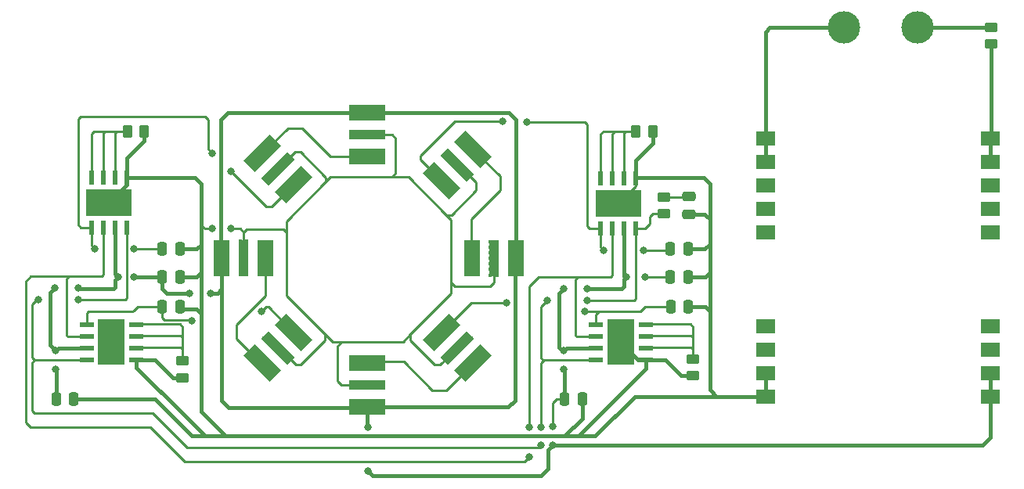
<source format=gtl>
G04 #@! TF.GenerationSoftware,KiCad,Pcbnew,(5.99.0-11497-g0fb864d596)*
G04 #@! TF.CreationDate,2021-08-10T19:57:58-04:00*
G04 #@! TF.ProjectId,K40-LED_PCB,4b34302d-4c45-4445-9f50-43422e6b6963,rev?*
G04 #@! TF.SameCoordinates,Original*
G04 #@! TF.FileFunction,Copper,L1,Top*
G04 #@! TF.FilePolarity,Positive*
%FSLAX46Y46*%
G04 Gerber Fmt 4.6, Leading zero omitted, Abs format (unit mm)*
G04 Created by KiCad (PCBNEW (5.99.0-11497-g0fb864d596)) date 2021-08-10 19:57:58*
%MOMM*%
%LPD*%
G01*
G04 APERTURE LIST*
G04 Aperture macros list*
%AMRoundRect*
0 Rectangle with rounded corners*
0 $1 Rounding radius*
0 $2 $3 $4 $5 $6 $7 $8 $9 X,Y pos of 4 corners*
0 Add a 4 corners polygon primitive as box body*
4,1,4,$2,$3,$4,$5,$6,$7,$8,$9,$2,$3,0*
0 Add four circle primitives for the rounded corners*
1,1,$1+$1,$2,$3*
1,1,$1+$1,$4,$5*
1,1,$1+$1,$6,$7*
1,1,$1+$1,$8,$9*
0 Add four rect primitives between the rounded corners*
20,1,$1+$1,$2,$3,$4,$5,0*
20,1,$1+$1,$4,$5,$6,$7,0*
20,1,$1+$1,$6,$7,$8,$9,0*
20,1,$1+$1,$8,$9,$2,$3,0*%
%AMRotRect*
0 Rectangle, with rotation*
0 The origin of the aperture is its center*
0 $1 length*
0 $2 width*
0 $3 Rotation angle, in degrees counterclockwise*
0 Add horizontal line*
21,1,$1,$2,0,0,$3*%
G04 Aperture macros list end*
G04 #@! TA.AperFunction,ComponentPad*
%ADD10C,0.400000*%
G04 #@! TD*
G04 #@! TA.AperFunction,SMDPad,CuDef*
%ADD11R,4.000000X1.100000*%
G04 #@! TD*
G04 #@! TA.AperFunction,SMDPad,CuDef*
%ADD12R,4.000000X1.750000*%
G04 #@! TD*
G04 #@! TA.AperFunction,ComponentPad*
%ADD13C,3.500000*%
G04 #@! TD*
G04 #@! TA.AperFunction,SMDPad,CuDef*
%ADD14RotRect,1.100000X4.000000X315.000000*%
G04 #@! TD*
G04 #@! TA.AperFunction,SMDPad,CuDef*
%ADD15RotRect,1.750000X4.000000X315.000000*%
G04 #@! TD*
G04 #@! TA.AperFunction,SMDPad,CuDef*
%ADD16R,1.100000X4.000000*%
G04 #@! TD*
G04 #@! TA.AperFunction,SMDPad,CuDef*
%ADD17R,1.750000X4.000000*%
G04 #@! TD*
G04 #@! TA.AperFunction,SMDPad,CuDef*
%ADD18RoundRect,0.250000X-0.250000X-0.475000X0.250000X-0.475000X0.250000X0.475000X-0.250000X0.475000X0*%
G04 #@! TD*
G04 #@! TA.AperFunction,SMDPad,CuDef*
%ADD19RoundRect,0.250000X-0.475000X0.250000X-0.475000X-0.250000X0.475000X-0.250000X0.475000X0.250000X0*%
G04 #@! TD*
G04 #@! TA.AperFunction,SMDPad,CuDef*
%ADD20RoundRect,0.250000X0.262500X0.450000X-0.262500X0.450000X-0.262500X-0.450000X0.262500X-0.450000X0*%
G04 #@! TD*
G04 #@! TA.AperFunction,SMDPad,CuDef*
%ADD21RoundRect,0.250000X0.450000X-0.262500X0.450000X0.262500X-0.450000X0.262500X-0.450000X-0.262500X0*%
G04 #@! TD*
G04 #@! TA.AperFunction,SMDPad,CuDef*
%ADD22RoundRect,0.250000X-0.450000X0.262500X-0.450000X-0.262500X0.450000X-0.262500X0.450000X0.262500X0*%
G04 #@! TD*
G04 #@! TA.AperFunction,SMDPad,CuDef*
%ADD23R,2.030000X1.500000*%
G04 #@! TD*
G04 #@! TA.AperFunction,SMDPad,CuDef*
%ADD24R,0.600000X1.550000*%
G04 #@! TD*
G04 #@! TA.AperFunction,ComponentPad*
%ADD25C,0.300000*%
G04 #@! TD*
G04 #@! TA.AperFunction,SMDPad,CuDef*
%ADD26R,4.900000X2.950000*%
G04 #@! TD*
G04 #@! TA.AperFunction,SMDPad,CuDef*
%ADD27R,1.550000X0.600000*%
G04 #@! TD*
G04 #@! TA.AperFunction,SMDPad,CuDef*
%ADD28R,2.950000X4.900000*%
G04 #@! TD*
G04 #@! TA.AperFunction,SMDPad,CuDef*
%ADD29RotRect,1.100000X4.000000X225.000000*%
G04 #@! TD*
G04 #@! TA.AperFunction,SMDPad,CuDef*
%ADD30RotRect,1.750000X4.000000X225.000000*%
G04 #@! TD*
G04 #@! TA.AperFunction,SMDPad,CuDef*
%ADD31RotRect,1.100000X4.000000X45.000000*%
G04 #@! TD*
G04 #@! TA.AperFunction,SMDPad,CuDef*
%ADD32RotRect,1.750000X4.000000X45.000000*%
G04 #@! TD*
G04 #@! TA.AperFunction,SMDPad,CuDef*
%ADD33RotRect,1.100000X4.000000X135.000000*%
G04 #@! TD*
G04 #@! TA.AperFunction,SMDPad,CuDef*
%ADD34RotRect,1.750000X4.000000X135.000000*%
G04 #@! TD*
G04 #@! TA.AperFunction,SMDPad,CuDef*
%ADD35RoundRect,0.249999X0.450001X-0.262501X0.450001X0.262501X-0.450001X0.262501X-0.450001X-0.262501X0*%
G04 #@! TD*
G04 #@! TA.AperFunction,ViaPad*
%ADD36C,0.800000*%
G04 #@! TD*
G04 #@! TA.AperFunction,Conductor*
%ADD37C,0.381000*%
G04 #@! TD*
G04 #@! TA.AperFunction,Conductor*
%ADD38C,0.250000*%
G04 #@! TD*
G04 APERTURE END LIST*
D10*
X90928200Y-136020366D03*
X91528200Y-136020366D03*
X89728200Y-135320866D03*
X90328200Y-136020366D03*
X89128200Y-136020366D03*
D11*
X90928200Y-135670866D03*
D10*
X92128200Y-136020366D03*
X89128200Y-135320866D03*
X92728200Y-135320866D03*
X91528200Y-135320866D03*
X90928200Y-135320866D03*
X89728200Y-136020366D03*
X90328200Y-135320866D03*
X92728200Y-136020366D03*
X92128200Y-135320866D03*
D12*
X90928200Y-138045866D03*
X90928200Y-133295866D03*
D13*
X142500000Y-97000000D03*
X150500000Y-97000000D03*
D10*
X81922016Y-111224960D03*
X80719581Y-113416637D03*
X80295317Y-113840901D03*
X82416637Y-111719581D03*
X81497752Y-111649224D03*
D14*
X81320622Y-112320622D03*
D10*
X81992373Y-112143845D03*
X80649224Y-112497752D03*
X82840901Y-111295317D03*
X81568109Y-112568109D03*
X79800696Y-113346280D03*
X82346280Y-110800695D03*
X80224960Y-112922016D03*
X81073488Y-112073488D03*
X81143845Y-112992373D03*
D15*
X79641243Y-110641243D03*
X83000000Y-114000000D03*
D10*
X77225500Y-120155127D03*
X77925000Y-120755127D03*
X77925000Y-121355127D03*
X77225500Y-121955127D03*
X77925000Y-121955127D03*
X77925000Y-122555127D03*
X77925000Y-123155127D03*
X77225500Y-122555127D03*
D16*
X77575000Y-121955127D03*
D10*
X77225500Y-121355127D03*
X77225500Y-123755127D03*
X77925000Y-120155127D03*
X77225500Y-123155127D03*
X77925000Y-123755127D03*
X77225500Y-120755127D03*
D17*
X75200000Y-121955127D03*
X79950000Y-121955127D03*
D18*
X68800000Y-124000000D03*
X70700000Y-124000000D03*
X68800000Y-121000000D03*
X70700000Y-121000000D03*
X57300000Y-137250000D03*
X59200000Y-137250000D03*
X68800000Y-127250000D03*
X70700000Y-127250000D03*
X112300000Y-137250000D03*
X114200000Y-137250000D03*
X123800000Y-127250000D03*
X125700000Y-127250000D03*
X123750000Y-124000000D03*
X125650000Y-124000000D03*
X123750000Y-121000000D03*
X125650000Y-121000000D03*
D19*
X125750000Y-115300000D03*
X125750000Y-117200000D03*
D10*
X104275000Y-123200000D03*
X104974500Y-120800000D03*
X104275000Y-121400000D03*
X104275000Y-120800000D03*
X104974500Y-121400000D03*
X104974500Y-123800000D03*
X104275000Y-123800000D03*
X104974500Y-123200000D03*
X104974500Y-122600000D03*
X104275000Y-120200000D03*
X104275000Y-122600000D03*
D16*
X104625000Y-122000000D03*
D10*
X104275000Y-122000000D03*
X104974500Y-120200000D03*
X104974500Y-122000000D03*
D17*
X107000000Y-122000000D03*
X102250000Y-122000000D03*
D20*
X66820000Y-108250000D03*
X64995000Y-108250000D03*
D21*
X71000000Y-134912500D03*
X71000000Y-133087500D03*
X126200000Y-134712500D03*
X126200000Y-132887500D03*
D22*
X123000000Y-115337500D03*
X123000000Y-117162500D03*
D23*
X134000000Y-109000000D03*
X134000000Y-111540000D03*
X134000000Y-114080000D03*
X134000000Y-116620000D03*
X134000000Y-119160000D03*
X134000000Y-129320000D03*
X134000000Y-131860000D03*
X134000000Y-134400000D03*
X134000000Y-136940000D03*
X158370000Y-136940000D03*
X158370000Y-134400000D03*
X158370000Y-131860000D03*
X158370000Y-129320000D03*
X158370000Y-119160000D03*
X158370000Y-116620000D03*
X158370000Y-114080000D03*
X158370000Y-111540000D03*
X158370000Y-109000000D03*
D24*
X61135000Y-118650000D03*
X62405000Y-118650000D03*
X63675000Y-118650000D03*
X64945000Y-118650000D03*
X64945000Y-113250000D03*
X63675000Y-113250000D03*
X62405000Y-113250000D03*
X61135000Y-113250000D03*
D25*
X64990000Y-115300000D03*
X62390000Y-116600000D03*
X61090000Y-115300000D03*
X63690000Y-116600000D03*
X61090000Y-116600000D03*
X62390000Y-115300000D03*
D26*
X63040000Y-115950000D03*
D25*
X64990000Y-116600000D03*
X63690000Y-115300000D03*
D27*
X60600000Y-129159000D03*
X60600000Y-130429000D03*
X60600000Y-131699000D03*
X60600000Y-132969000D03*
X66000000Y-132969000D03*
X66000000Y-131699000D03*
X66000000Y-130429000D03*
X66000000Y-129159000D03*
D25*
X63950000Y-133014000D03*
X62650000Y-130414000D03*
X63950000Y-131714000D03*
X62650000Y-131714000D03*
D28*
X63300000Y-131064000D03*
D25*
X62650000Y-133014000D03*
X62650000Y-129114000D03*
X63950000Y-130414000D03*
X63950000Y-129114000D03*
D27*
X115664000Y-129159000D03*
X115664000Y-130429000D03*
X115664000Y-131699000D03*
X115664000Y-132969000D03*
X121064000Y-132969000D03*
X121064000Y-131699000D03*
X121064000Y-130429000D03*
X121064000Y-129159000D03*
D25*
X119014000Y-133014000D03*
X119014000Y-130414000D03*
X117714000Y-130414000D03*
X119014000Y-131714000D03*
X117714000Y-131714000D03*
D28*
X118364000Y-131064000D03*
D25*
X119014000Y-129114000D03*
X117714000Y-129114000D03*
X117714000Y-133014000D03*
D10*
X100926512Y-111640845D03*
D29*
X100679378Y-111887979D03*
D10*
X101280419Y-112983994D03*
X102199305Y-112913637D03*
X100856155Y-112559730D03*
X99653720Y-110368053D03*
X101704683Y-113408258D03*
X101350776Y-112065109D03*
X100502248Y-111216581D03*
X100007627Y-111711202D03*
X99159099Y-110862674D03*
X100431891Y-112135466D03*
X100077984Y-110792317D03*
X99583363Y-111286938D03*
X101775040Y-112489373D03*
D30*
X102358757Y-110208600D03*
X99000000Y-113567357D03*
D10*
X82840901Y-132704683D03*
X80224960Y-131077984D03*
X81073488Y-131926512D03*
X81992373Y-131856155D03*
X81497752Y-132350776D03*
X80719581Y-130583363D03*
X80649224Y-131502248D03*
X80295317Y-130159099D03*
X81922016Y-132775040D03*
X79800695Y-130653720D03*
X81143845Y-131007627D03*
D31*
X81320622Y-131679378D03*
D10*
X81568109Y-131431891D03*
X82416637Y-132280419D03*
X82346280Y-133199304D03*
D32*
X79641243Y-133358757D03*
X83000000Y-130000000D03*
D10*
X102199304Y-130653720D03*
X100007627Y-131856155D03*
X100431891Y-131431891D03*
X99159099Y-132704683D03*
X99653720Y-133199305D03*
X101350776Y-131502248D03*
X100856155Y-131007627D03*
X100502248Y-132350776D03*
X101775040Y-131077984D03*
X99583363Y-132280419D03*
X100926512Y-131926512D03*
X101280419Y-130583363D03*
X101704683Y-130159099D03*
D33*
X100679378Y-131679378D03*
D10*
X100077984Y-132775040D03*
D34*
X102358757Y-133358757D03*
X99000000Y-130000000D03*
D35*
X158400000Y-98812500D03*
X158400000Y-96987500D03*
D10*
X92161200Y-108273700D03*
X92161200Y-108973200D03*
X91561200Y-108973200D03*
D11*
X90961200Y-108623200D03*
D10*
X92761200Y-108273700D03*
X89761200Y-108973200D03*
X92761200Y-108973200D03*
X89161200Y-108973200D03*
X91561200Y-108273700D03*
X89161200Y-108273700D03*
X90961200Y-108973200D03*
X90961200Y-108273700D03*
X90361200Y-108273700D03*
X89761200Y-108273700D03*
X90361200Y-108973200D03*
D12*
X90961200Y-106248200D03*
X90961200Y-110998200D03*
D24*
X116199000Y-118778000D03*
X117469000Y-118778000D03*
X118739000Y-118778000D03*
X120009000Y-118778000D03*
X120009000Y-113378000D03*
X118739000Y-113378000D03*
X117469000Y-113378000D03*
X116199000Y-113378000D03*
D25*
X117454000Y-115428000D03*
X117454000Y-116728000D03*
X120054000Y-116728000D03*
D26*
X118104000Y-116078000D03*
D25*
X116154000Y-116728000D03*
X118754000Y-116728000D03*
X118754000Y-115428000D03*
X116154000Y-115428000D03*
X120054000Y-115428000D03*
D20*
X121827500Y-108242000D03*
X120002500Y-108242000D03*
D36*
X76200000Y-118800000D03*
X74200000Y-118800000D03*
X91000000Y-145000000D03*
X57250000Y-132000000D03*
X59690000Y-125222000D03*
X64000000Y-124000000D03*
X110998000Y-142240000D03*
X110998000Y-140208000D03*
X121000000Y-124000000D03*
X57250000Y-134000000D03*
X114766000Y-125270000D03*
X91000000Y-140250000D03*
X112200000Y-132000000D03*
X65750000Y-124000000D03*
X112200000Y-134000000D03*
X71750000Y-125750000D03*
X119000000Y-124000000D03*
X112226000Y-125270000D03*
X57150000Y-125222000D03*
X74000000Y-125750000D03*
X74200000Y-110600000D03*
X76200000Y-112600000D03*
X65750000Y-121000000D03*
X61500000Y-121000000D03*
X79500000Y-127750000D03*
X72000000Y-128750000D03*
X114500000Y-127750000D03*
X106000000Y-126800000D03*
X120800000Y-121100000D03*
X108250000Y-107250000D03*
X105600000Y-107200000D03*
X116550000Y-121100000D03*
X109750000Y-142250000D03*
X114766000Y-126540000D03*
X59690000Y-126492000D03*
X109750000Y-140250000D03*
X55372000Y-126492000D03*
X110448000Y-126540000D03*
X108500000Y-140250000D03*
X108500000Y-143500000D03*
D37*
X73000000Y-113894000D02*
X73000000Y-118400000D01*
D38*
X77575000Y-119175000D02*
X77200000Y-118800000D01*
X77200000Y-118800000D02*
X76200000Y-118800000D01*
D37*
X73000000Y-118400000D02*
X73000000Y-120500000D01*
D38*
X74200000Y-118800000D02*
X73400000Y-118800000D01*
X73400000Y-118800000D02*
X73000000Y-118400000D01*
X99482141Y-117282141D02*
X100000000Y-117800000D01*
X100000000Y-125800000D02*
X95600000Y-130200000D01*
X95600000Y-130200000D02*
X94800000Y-131000000D01*
X98250000Y-133500000D02*
X95600000Y-130850000D01*
X95600000Y-130850000D02*
X95600000Y-130200000D01*
X94800000Y-131000000D02*
X88200000Y-131000000D01*
X88200000Y-131000000D02*
X87200000Y-131000000D01*
X90928200Y-135670866D02*
X88170866Y-135670866D01*
X88170866Y-135670866D02*
X87750000Y-135250000D01*
X87750000Y-135250000D02*
X87750000Y-131450000D01*
X87750000Y-131450000D02*
X88200000Y-131000000D01*
X87200000Y-131000000D02*
X86400000Y-130200000D01*
X86400000Y-130200000D02*
X82200000Y-126000000D01*
X83750000Y-133500000D02*
X86400000Y-130850000D01*
X86400000Y-130850000D02*
X86400000Y-130200000D01*
X77575000Y-119175000D02*
X77875000Y-118875000D01*
X82200000Y-119200000D02*
X82200000Y-118000000D01*
X81875000Y-118875000D02*
X82200000Y-119200000D01*
X82200000Y-126000000D02*
X82200000Y-119200000D01*
X77875000Y-118875000D02*
X81875000Y-118875000D01*
X82200000Y-118000000D02*
X86500000Y-113700000D01*
X86500000Y-113700000D02*
X87000000Y-113200000D01*
X83750000Y-110500000D02*
X86500000Y-113250000D01*
X86500000Y-113250000D02*
X86500000Y-113700000D01*
X87000000Y-113200000D02*
X93600000Y-113200000D01*
X94000000Y-112800000D02*
X93600000Y-113200000D01*
X93600000Y-113200000D02*
X95400000Y-113200000D01*
X94000000Y-109000000D02*
X94000000Y-112800000D01*
X95400000Y-113200000D02*
X99482141Y-117282141D01*
X100000000Y-124600000D02*
X100000000Y-125800000D01*
X100000000Y-117800000D02*
X100000000Y-124600000D01*
X104250000Y-125000000D02*
X100400000Y-125000000D01*
X104625000Y-122000000D02*
X104625000Y-124625000D01*
X104625000Y-124625000D02*
X104250000Y-125000000D01*
X100400000Y-125000000D02*
X100000000Y-124600000D01*
X102750000Y-114650000D02*
X102750000Y-113750000D01*
X102750000Y-113750000D02*
X100887979Y-111887979D01*
X100117859Y-117282141D02*
X102750000Y-114650000D01*
X99482141Y-117282141D02*
X100117859Y-117282141D01*
X100887979Y-111887979D02*
X100679378Y-111887979D01*
X77575000Y-121955127D02*
X77575000Y-119175000D01*
X83750000Y-110500000D02*
X83141244Y-110500000D01*
X83141244Y-110500000D02*
X81320622Y-112320622D01*
X81429378Y-131679378D02*
X83250000Y-133500000D01*
X81320622Y-131679378D02*
X81429378Y-131679378D01*
X83250000Y-133500000D02*
X83750000Y-133500000D01*
X100679378Y-131679378D02*
X98858756Y-133500000D01*
X98858756Y-133500000D02*
X98250000Y-133500000D01*
X90961200Y-108623200D02*
X93623200Y-108623200D01*
X93623200Y-108623200D02*
X94000000Y-109000000D01*
X81320622Y-112320622D02*
X81320622Y-112179378D01*
X87000000Y-111000000D02*
X91000000Y-111000000D01*
X83900000Y-107900000D02*
X87000000Y-111000000D01*
X82382486Y-107900000D02*
X83900000Y-107900000D01*
X79641243Y-110641243D02*
X82382486Y-107900000D01*
X76800000Y-129150000D02*
X79900000Y-126050000D01*
X79541243Y-133408757D02*
X76800000Y-130667514D01*
X79900000Y-126050000D02*
X79900000Y-122050000D01*
X76800000Y-130667514D02*
X76800000Y-129150000D01*
X102258757Y-133508757D02*
X99517514Y-136250000D01*
X99517514Y-136250000D02*
X98000000Y-136250000D01*
X94900000Y-133150000D02*
X90900000Y-133150000D01*
X98000000Y-136250000D02*
X94900000Y-133150000D01*
X105300000Y-113082486D02*
X105300000Y-114600000D01*
X102200000Y-117700000D02*
X102200000Y-121700000D01*
X102558757Y-110341243D02*
X105300000Y-113082486D01*
X105300000Y-114600000D02*
X102200000Y-117700000D01*
D37*
X158400000Y-98812500D02*
X158400000Y-108970000D01*
D38*
X158400000Y-108970000D02*
X158370000Y-109000000D01*
D37*
X158370000Y-109000000D02*
X158370000Y-111540000D01*
X112050000Y-141200000D02*
X75600000Y-141200000D01*
X66000000Y-132969000D02*
X66000000Y-133800000D01*
X64945000Y-113250000D02*
X72356000Y-113250000D01*
X73000000Y-120500000D02*
X73000000Y-122600000D01*
X119996000Y-113378000D02*
X119996000Y-111361000D01*
X72356000Y-113250000D02*
X73000000Y-113894000D01*
X127500000Y-124000000D02*
X128000000Y-123500000D01*
X72500000Y-121000000D02*
X73000000Y-120500000D01*
X73400000Y-139000000D02*
X75600000Y-141200000D01*
X64925000Y-111145000D02*
X66820000Y-109250000D01*
X124912500Y-134712500D02*
X126200000Y-134712500D01*
D38*
X120009000Y-113378000D02*
X120009000Y-114173000D01*
D37*
X73000000Y-122600000D02*
X73000000Y-122834000D01*
X119996000Y-111361000D02*
X121827500Y-109529500D01*
X113800000Y-141200000D02*
X115600000Y-141200000D01*
X114200000Y-139300000D02*
X112300000Y-141200000D01*
X120269000Y-132969000D02*
X118364000Y-131064000D01*
X134000000Y-134400000D02*
X134000000Y-136940000D01*
X73000000Y-138600000D02*
X73400000Y-139000000D01*
X115600000Y-141200000D02*
X119860000Y-136940000D01*
X128000000Y-117750000D02*
X128000000Y-136200000D01*
X119945000Y-113250000D02*
X127356000Y-113250000D01*
X128000000Y-113894000D02*
X128000000Y-117750000D01*
X73000000Y-123500000D02*
X73000000Y-128000000D01*
X123169000Y-132969000D02*
X124912500Y-134712500D01*
D38*
X112300000Y-141200000D02*
X112050000Y-141200000D01*
D37*
X66000000Y-133800000D02*
X71200000Y-139000000D01*
X66000000Y-132969000D02*
X67969000Y-132969000D01*
X70700000Y-124000000D02*
X72500000Y-124000000D01*
X121827500Y-109529500D02*
X121827500Y-108242000D01*
D38*
X120009000Y-114173000D02*
X118104000Y-116078000D01*
D37*
X71200000Y-139000000D02*
X73400000Y-141200000D01*
X72500000Y-124000000D02*
X73000000Y-123500000D01*
X70700000Y-121000000D02*
X72500000Y-121000000D01*
X113600000Y-141200000D02*
X112050000Y-141200000D01*
X67969000Y-132969000D02*
X69912500Y-134912500D01*
X121064000Y-132969000D02*
X121064000Y-133936000D01*
X121064000Y-132969000D02*
X120269000Y-132969000D01*
X72500000Y-127500000D02*
X73000000Y-128000000D01*
X66820000Y-109250000D02*
X66820000Y-108250000D01*
X125650000Y-121000000D02*
X127450000Y-121000000D01*
X127450000Y-121000000D02*
X127950000Y-120500000D01*
X121064000Y-132969000D02*
X123169000Y-132969000D01*
X128000000Y-136200000D02*
X128740000Y-136940000D01*
X68000000Y-137250000D02*
X71950000Y-141200000D01*
X119860000Y-136940000D02*
X128740000Y-136940000D01*
X127450000Y-117200000D02*
X128000000Y-117750000D01*
X125700000Y-124000000D02*
X127500000Y-124000000D01*
X73000000Y-128000000D02*
X73000000Y-138600000D01*
X113800000Y-141200000D02*
X113600000Y-141200000D01*
X59200000Y-137250000D02*
X68000000Y-137250000D01*
X127356000Y-113250000D02*
X128000000Y-113894000D01*
X127500000Y-127250000D02*
X128000000Y-127750000D01*
X121064000Y-133936000D02*
X113800000Y-141200000D01*
X64945000Y-114045000D02*
X63040000Y-115950000D01*
X125750000Y-117200000D02*
X127450000Y-117200000D01*
X75600000Y-141200000D02*
X73400000Y-141200000D01*
X71950000Y-141200000D02*
X73400000Y-141200000D01*
X69912500Y-134912500D02*
X71000000Y-134912500D01*
X125700000Y-127250000D02*
X127500000Y-127250000D01*
X70700000Y-127500000D02*
X72500000Y-127500000D01*
X128740000Y-136940000D02*
X134000000Y-136940000D01*
X64925000Y-113250000D02*
X64925000Y-111145000D01*
X114200000Y-137250000D02*
X114200000Y-139300000D01*
X64945000Y-113250000D02*
X64945000Y-114045000D01*
X73000000Y-122834000D02*
X73000000Y-123500000D01*
X75148200Y-122238800D02*
X75148200Y-106951800D01*
X75148200Y-106951800D02*
X75900000Y-106200000D01*
X75900000Y-106200000D02*
X90900000Y-106200000D01*
X75951800Y-138151800D02*
X75200000Y-137400000D01*
X91238800Y-138151800D02*
X75951800Y-138151800D01*
X106200000Y-138100000D02*
X91200000Y-138100000D01*
X106951800Y-137348200D02*
X106200000Y-138100000D01*
X106951800Y-122061200D02*
X106951800Y-137348200D01*
D38*
X59718000Y-125250000D02*
X59690000Y-125222000D01*
D37*
X68800000Y-124000000D02*
X68800000Y-125300000D01*
X63675000Y-125075000D02*
X63500000Y-125250000D01*
X68800000Y-125300000D02*
X69250000Y-125750000D01*
X91500000Y-145500000D02*
X108000000Y-145500000D01*
D38*
X110998000Y-137668000D02*
X110998000Y-140208000D01*
X123750000Y-124000000D02*
X121000000Y-124000000D01*
D37*
X111718000Y-125778000D02*
X111718000Y-131620000D01*
X63675000Y-123325000D02*
X63675000Y-123675000D01*
X110490000Y-142748000D02*
X110490000Y-144780000D01*
X110998000Y-142240000D02*
X110490000Y-142748000D01*
X69250000Y-125750000D02*
X71750000Y-125750000D01*
X57300000Y-134050000D02*
X57300000Y-137250000D01*
X63500000Y-125250000D02*
X59718000Y-125250000D01*
D38*
X111416000Y-137250000D02*
X110998000Y-137668000D01*
X90928200Y-140178200D02*
X91000000Y-140250000D01*
D37*
X57551000Y-131699000D02*
X57250000Y-132000000D01*
X158370000Y-136940000D02*
X158370000Y-134400000D01*
X56642000Y-131392000D02*
X56642000Y-125730000D01*
X110490000Y-144780000D02*
X109770000Y-145500000D01*
X118480000Y-125270000D02*
X114766000Y-125270000D01*
X112200000Y-132000000D02*
X112098000Y-132000000D01*
X68800000Y-124000000D02*
X65750000Y-124000000D01*
X112226000Y-125270000D02*
X111718000Y-125778000D01*
X75200000Y-125300000D02*
X75200000Y-122400000D01*
X60600000Y-131699000D02*
X57551000Y-131699000D01*
X112501000Y-131699000D02*
X112200000Y-132000000D01*
X63675000Y-123675000D02*
X64000000Y-124000000D01*
X106248200Y-106248200D02*
X107000000Y-107000000D01*
X112098000Y-132000000D02*
X111718000Y-131620000D01*
D38*
X57250000Y-134000000D02*
X57300000Y-134050000D01*
D37*
X63675000Y-124325000D02*
X64000000Y-124000000D01*
X158370000Y-141380000D02*
X158370000Y-136940000D01*
X109770000Y-145500000D02*
X108000000Y-145500000D01*
X118750000Y-124250000D02*
X118750000Y-125000000D01*
D38*
X112226000Y-125270000D02*
X112020000Y-125270000D01*
D37*
X157510000Y-142240000D02*
X158370000Y-141380000D01*
X90928200Y-138045866D02*
X90928200Y-140178200D01*
X115550000Y-131699000D02*
X112501000Y-131699000D01*
X118750000Y-125000000D02*
X118480000Y-125270000D01*
X118739000Y-118778000D02*
X118739000Y-123739000D01*
D38*
X112300000Y-137250000D02*
X111416000Y-137250000D01*
D37*
X63675000Y-125075000D02*
X63675000Y-124325000D01*
X110998000Y-142240000D02*
X157510000Y-142240000D01*
X57250000Y-132000000D02*
X56642000Y-131392000D01*
X74000000Y-125750000D02*
X74750000Y-125750000D01*
X75200000Y-137400000D02*
X75200000Y-125300000D01*
X74750000Y-125750000D02*
X75200000Y-125300000D01*
D38*
X60549000Y-131750000D02*
X60600000Y-131699000D01*
D37*
X112250000Y-134050000D02*
X112250000Y-137250000D01*
X57150000Y-125222000D02*
X56642000Y-125730000D01*
D38*
X119000000Y-124000000D02*
X118750000Y-124250000D01*
D37*
X118739000Y-123739000D02*
X119000000Y-124000000D01*
X91000000Y-145000000D02*
X91500000Y-145500000D01*
X107000000Y-107000000D02*
X107000000Y-122000000D01*
X90961200Y-106248200D02*
X106248200Y-106248200D01*
X63675000Y-118650000D02*
X63675000Y-123325000D01*
D38*
X59976000Y-118650000D02*
X59690000Y-118364000D01*
X80000000Y-116400000D02*
X76200000Y-112600000D01*
X59690000Y-118364000D02*
X59690000Y-106934000D01*
X59690000Y-106934000D02*
X59944000Y-106680000D01*
X73406000Y-106680000D02*
X73748000Y-107022000D01*
X61135000Y-120635000D02*
X61135000Y-118650000D01*
X61135000Y-118650000D02*
X59976000Y-118650000D01*
X80600000Y-116400000D02*
X80200000Y-116400000D01*
X74200000Y-110600000D02*
X73748000Y-110148000D01*
X61500000Y-121000000D02*
X61135000Y-120635000D01*
X80200000Y-116400000D02*
X80000000Y-116400000D01*
X59944000Y-106680000D02*
X73406000Y-106680000D01*
X83000000Y-114000000D02*
X80600000Y-116400000D01*
X68800000Y-121000000D02*
X65750000Y-121000000D01*
X73748000Y-107022000D02*
X73748000Y-110148000D01*
X80250000Y-127250000D02*
X83000000Y-130000000D01*
X60674500Y-127924500D02*
X60827000Y-127772000D01*
X65674500Y-127674500D02*
X65577000Y-127772000D01*
X60600000Y-129159000D02*
X60600000Y-127999000D01*
X60600000Y-127999000D02*
X60674500Y-127924500D01*
X71895480Y-128645480D02*
X72000000Y-128750000D01*
X80000000Y-127250000D02*
X80250000Y-127250000D01*
X69000000Y-128645480D02*
X71895480Y-128645480D01*
X79500000Y-127750000D02*
X80000000Y-127250000D01*
X66099000Y-127250000D02*
X65674500Y-127674500D01*
X65577000Y-127772000D02*
X60827000Y-127772000D01*
X68800000Y-128445480D02*
X69000000Y-128645480D01*
X68800000Y-127250000D02*
X68800000Y-128445480D01*
X68800000Y-127250000D02*
X66099000Y-127250000D01*
X116000000Y-127750000D02*
X114500000Y-127750000D01*
X123800000Y-127250000D02*
X121000000Y-127250000D01*
X120500000Y-127750000D02*
X116000000Y-127750000D01*
X121000000Y-127250000D02*
X120500000Y-127750000D01*
X102200000Y-126800000D02*
X99000000Y-130000000D01*
X115664000Y-129159000D02*
X115664000Y-128086000D01*
X115664000Y-128086000D02*
X116000000Y-127750000D01*
X106000000Y-126800000D02*
X102200000Y-126800000D01*
X100407357Y-107200000D02*
X105600000Y-107200000D01*
X116159000Y-118750000D02*
X115000000Y-118750000D01*
X114714000Y-118464000D02*
X114714000Y-107464000D01*
X108250000Y-107250000D02*
X114500000Y-107250000D01*
X115000000Y-118750000D02*
X114714000Y-118464000D01*
X114500000Y-107250000D02*
X114714000Y-107464000D01*
X123850000Y-121100000D02*
X120800000Y-121100000D01*
X116185000Y-120735000D02*
X116185000Y-118750000D01*
X116211000Y-120111000D02*
X116211000Y-118698000D01*
X96703679Y-110903679D02*
X100407357Y-107200000D01*
X116550000Y-121100000D02*
X116185000Y-120735000D01*
X96703679Y-111271036D02*
X96703679Y-110903679D01*
X99000000Y-113567357D02*
X96703679Y-111271036D01*
X123000000Y-115337500D02*
X125712500Y-115337500D01*
X125712500Y-115337500D02*
X125750000Y-115300000D01*
D37*
X150500000Y-97000000D02*
X158387500Y-97000000D01*
D38*
X158387500Y-97000000D02*
X158400000Y-96987500D01*
X61420000Y-108250000D02*
X62620000Y-108250000D01*
X63820000Y-108250000D02*
X64995000Y-108250000D01*
X62385000Y-108485000D02*
X62620000Y-108250000D01*
X63655000Y-108415000D02*
X63820000Y-108250000D01*
X62620000Y-108250000D02*
X63820000Y-108250000D01*
X61115000Y-108555000D02*
X61420000Y-108250000D01*
X63655000Y-113250000D02*
X63655000Y-108415000D01*
X62385000Y-113250000D02*
X62385000Y-108485000D01*
X61115000Y-113250000D02*
X61115000Y-108555000D01*
X66000000Y-129095000D02*
X70695000Y-129095000D01*
X70695000Y-129095000D02*
X71000000Y-129400000D01*
X70765000Y-130365000D02*
X71000000Y-130600000D01*
X71000000Y-129400000D02*
X71000000Y-130600000D01*
X66000000Y-130365000D02*
X70765000Y-130365000D01*
X71000000Y-131800000D02*
X71000000Y-132975000D01*
X66000000Y-131635000D02*
X70835000Y-131635000D01*
X71000000Y-130600000D02*
X71000000Y-131800000D01*
X70835000Y-131635000D02*
X71000000Y-131800000D01*
X121200000Y-129095000D02*
X125895000Y-129095000D01*
X125895000Y-129095000D02*
X126200000Y-129400000D01*
X125965000Y-130365000D02*
X126200000Y-130600000D01*
X126200000Y-129400000D02*
X126200000Y-130600000D01*
X121200000Y-130365000D02*
X125965000Y-130365000D01*
X126200000Y-131800000D02*
X126200000Y-132975000D01*
X121200000Y-131635000D02*
X126035000Y-131635000D01*
X126200000Y-130600000D02*
X126200000Y-131800000D01*
X126035000Y-131635000D02*
X126200000Y-131800000D01*
X116210000Y-113242000D02*
X116210000Y-108547000D01*
X116210000Y-108547000D02*
X116515000Y-108242000D01*
X117480000Y-108477000D02*
X117715000Y-108242000D01*
X116515000Y-108242000D02*
X117715000Y-108242000D01*
X117480000Y-113242000D02*
X117480000Y-108477000D01*
X118915000Y-108242000D02*
X120090000Y-108242000D01*
X118750000Y-113242000D02*
X118750000Y-108407000D01*
X117715000Y-108242000D02*
X118915000Y-108242000D01*
X118750000Y-108407000D02*
X118915000Y-108242000D01*
X109500000Y-142500000D02*
X71500000Y-142500000D01*
X110062000Y-133000000D02*
X109781000Y-133281000D01*
X121500000Y-117500000D02*
X121837500Y-117162500D01*
X119846000Y-126540000D02*
X120021000Y-126365000D01*
X54750000Y-132750000D02*
X54750000Y-127000000D01*
X109781000Y-132781000D02*
X109781000Y-127207000D01*
X114766000Y-126540000D02*
X119846000Y-126540000D01*
X54969000Y-132969000D02*
X54750000Y-132750000D01*
X60600000Y-132969000D02*
X55219000Y-132969000D01*
X55219000Y-132969000D02*
X54969000Y-132969000D01*
X121500000Y-118250000D02*
X121500000Y-117500000D01*
X121837500Y-117162500D02*
X123000000Y-117162500D01*
X64770000Y-126492000D02*
X64945000Y-126317000D01*
X109781000Y-138531000D02*
X109781000Y-140219000D01*
X55000000Y-138750000D02*
X54750000Y-138500000D01*
X109781000Y-140219000D02*
X109750000Y-140250000D01*
X120009000Y-118778000D02*
X120972000Y-118778000D01*
X109750000Y-142250000D02*
X109500000Y-142500000D01*
X67750000Y-138750000D02*
X55000000Y-138750000D01*
X55258000Y-126492000D02*
X55372000Y-126492000D01*
X110000000Y-133000000D02*
X109781000Y-132781000D01*
X64945000Y-126317000D02*
X64945000Y-118650000D01*
X71500000Y-142500000D02*
X67750000Y-138750000D01*
X59690000Y-126492000D02*
X64770000Y-126492000D01*
X120972000Y-118778000D02*
X121500000Y-118250000D01*
X54750000Y-127000000D02*
X55258000Y-126492000D01*
X115631000Y-133000000D02*
X110000000Y-133000000D01*
X109781000Y-133281000D02*
X109781000Y-138531000D01*
X54750000Y-133250000D02*
X55031000Y-132969000D01*
X120021000Y-126365000D02*
X120021000Y-118698000D01*
X54750000Y-138500000D02*
X54750000Y-133250000D01*
X109781000Y-127207000D02*
X110448000Y-126540000D01*
X55031000Y-132969000D02*
X55219000Y-132969000D01*
D37*
X134000000Y-109000000D02*
X134000000Y-97500000D01*
X134000000Y-97500000D02*
X134500000Y-97000000D01*
X134500000Y-97000000D02*
X142500000Y-97000000D01*
X134000000Y-111540000D02*
X134000000Y-109000000D01*
D38*
X58420000Y-124206000D02*
X58420000Y-130302000D01*
X58547000Y-130429000D02*
X60600000Y-130429000D01*
X108500000Y-125000000D02*
X108500000Y-140250000D01*
X113750000Y-124000000D02*
X109500000Y-124000000D01*
X113750000Y-124000000D02*
X113496000Y-124254000D01*
X58798000Y-123952000D02*
X58674000Y-123952000D01*
X71250000Y-144000000D02*
X67500000Y-140250000D01*
X58798000Y-123952000D02*
X54548000Y-123952000D01*
X62405000Y-123777000D02*
X62230000Y-123952000D01*
X117481000Y-123825000D02*
X117481000Y-118698000D01*
X108000000Y-144000000D02*
X71250000Y-144000000D01*
X62405000Y-123777000D02*
X62405000Y-118650000D01*
X54000000Y-139750000D02*
X54500000Y-140250000D01*
X62230000Y-123952000D02*
X58798000Y-123952000D01*
X109500000Y-124000000D02*
X109250000Y-124250000D01*
X58420000Y-130302000D02*
X58547000Y-130429000D01*
X109000000Y-124500000D02*
X108500000Y-125000000D01*
X54500000Y-140250000D02*
X67500000Y-140250000D01*
X108500000Y-143500000D02*
X108000000Y-144000000D01*
X117481000Y-123825000D02*
X117306000Y-124000000D01*
X109250000Y-124250000D02*
X109000000Y-124500000D01*
X54000000Y-124500000D02*
X54000000Y-138750000D01*
X54000000Y-138750000D02*
X54000000Y-139750000D01*
X113496000Y-130350000D02*
X113623000Y-130477000D01*
X113496000Y-124254000D02*
X113496000Y-130350000D01*
X54548000Y-123952000D02*
X54000000Y-124500000D01*
X117306000Y-124000000D02*
X113750000Y-124000000D01*
X113623000Y-130477000D02*
X115676000Y-130477000D01*
X58674000Y-123952000D02*
X58420000Y-124206000D01*
M02*

</source>
